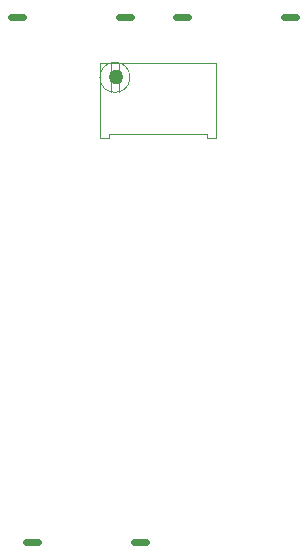
<source format=gbr>
G04 DipTrace 4.3.0.4*
G04 TopAssembly.gbr*
%MOIN*%
G04 #@! TF.FileFunction,Drawing,Top*
G04 #@! TF.Part,Single*
%ADD13C,0.004724*%
%ADD19C,0.05*%
%ADD22C,0.024003*%
%FSLAX26Y26*%
G04*
G70*
G90*
G75*
G01*
G04 TopAssy*
%LPD*%
X1544063Y2394006D2*
D22*
X1503958Y2394005D1*
X1143937Y2393994D2*
X1184042Y2393995D1*
X890739Y2193144D2*
D13*
G02X890739Y2193144I50000J0D01*
G01*
X927974Y2240388D2*
X927983Y2145900D1*
X953504Y2240388D2*
X953495Y2145900D1*
X891723Y1989995D2*
Y2241963D1*
X1276762D1*
Y1989995D1*
X1246841D1*
Y2004955D1*
X921644D1*
Y1989995D1*
X891723D1*
X994063Y2394006D2*
D22*
X953958Y2394005D1*
X593937Y2393994D2*
X634042Y2393995D1*
X1044063Y644000D2*
X1003958D1*
X643937D2*
X684042D1*
D19*
X944000Y2194000D3*
M02*

</source>
